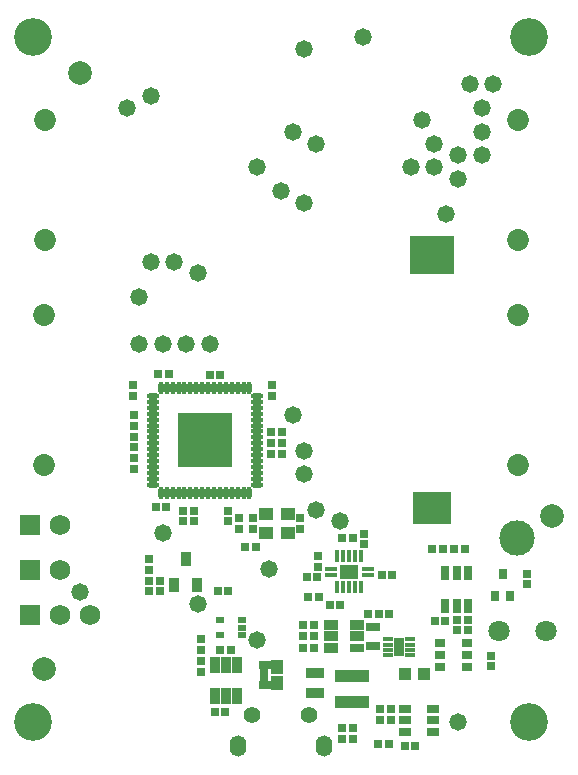
<source format=gbs>
G04*
G04 #@! TF.GenerationSoftware,Altium Limited,Altium Designer,19.1.5 (86)*
G04*
G04 Layer_Color=16711935*
%FSLAX44Y44*%
%MOMM*%
G71*
G01*
G75*
%ADD67R,0.7532X0.7532*%
%ADD69R,0.7532X0.7532*%
%ADD77C,2.0000*%
%ADD83R,1.0032X1.0032*%
%ADD95R,1.1532X0.7532*%
%ADD104C,1.7272*%
%ADD105R,1.7272X1.7272*%
%ADD106C,1.8532*%
%ADD107C,1.4032*%
G04:AMPARAMS|DCode=108|XSize=1.4032mm|YSize=1.8032mm|CornerRadius=0.7016mm|HoleSize=0mm|Usage=FLASHONLY|Rotation=180.000|XOffset=0mm|YOffset=0mm|HoleType=Round|Shape=RoundedRectangle|*
%AMROUNDEDRECTD108*
21,1,1.4032,0.4000,0,0,180.0*
21,1,0.0000,1.8032,0,0,180.0*
1,1,1.4032,0.0000,0.2000*
1,1,1.4032,0.0000,0.2000*
1,1,1.4032,0.0000,-0.2000*
1,1,1.4032,0.0000,-0.2000*
%
%ADD108ROUNDEDRECTD108*%
%ADD109C,3.2032*%
%ADD110C,3.0032*%
%ADD111C,1.8032*%
%ADD172R,0.7632X0.8532*%
%ADD173R,0.9032X0.4532*%
%ADD174R,0.8432X1.5732*%
%ADD175R,3.8032X3.2032*%
%ADD176R,3.2032X2.8032*%
%ADD177R,0.8532X1.2632*%
%ADD178R,1.2632X0.8532*%
%ADD179R,1.2632X0.8032*%
%ADD180C,1.4732*%
%ADD181R,0.8232X1.4232*%
%ADD182R,0.7432X1.0032*%
%ADD183R,0.5032X0.8032*%
%ADD184R,0.5032X1.2032*%
%ADD185R,0.6032X1.2032*%
%ADD186R,2.9032X1.0032*%
%ADD187R,0.8032X1.2532*%
%ADD188R,0.7032X0.6032*%
%ADD189O,0.4532X1.0532*%
%ADD190O,1.0532X0.4532*%
%ADD191R,4.5532X4.5532*%
%ADD192R,1.2032X1.1032*%
%ADD193R,1.5032X0.9032*%
%ADD194R,0.9022X0.7112*%
%ADD195R,1.6032X1.2032*%
%ADD196R,0.4432X1.1032*%
%ADD197R,1.1032X0.4432*%
%ADD198R,1.0032X0.7532*%
D67*
X148000Y150750D02*
D03*
Y159750D02*
D03*
X126000Y263750D02*
D03*
Y254750D02*
D03*
X138250Y150750D02*
D03*
Y159750D02*
D03*
X214750Y203750D02*
D03*
Y212750D02*
D03*
X167250Y210250D02*
D03*
Y219250D02*
D03*
X281500Y171500D02*
D03*
Y180500D02*
D03*
X205500Y219000D02*
D03*
Y210000D02*
D03*
X226500Y212750D02*
D03*
Y203750D02*
D03*
X266500Y203750D02*
D03*
Y212750D02*
D03*
X427750Y96250D02*
D03*
Y87250D02*
D03*
X182250Y101250D02*
D03*
Y110250D02*
D03*
X182250Y82750D02*
D03*
Y91750D02*
D03*
X399000Y118000D02*
D03*
Y127000D02*
D03*
X408500Y118000D02*
D03*
Y127000D02*
D03*
X242250Y316250D02*
D03*
Y325250D02*
D03*
X177000Y210250D02*
D03*
Y219250D02*
D03*
X138250Y178250D02*
D03*
Y169250D02*
D03*
X126000Y272750D02*
D03*
Y281750D02*
D03*
X126000Y290750D02*
D03*
Y299750D02*
D03*
X125250Y325250D02*
D03*
Y316250D02*
D03*
X320750Y199750D02*
D03*
Y190750D02*
D03*
X458250Y156750D02*
D03*
Y165750D02*
D03*
D69*
X205750Y151000D02*
D03*
X196750D02*
D03*
X272000Y162750D02*
D03*
X281000D02*
D03*
X198750Y101500D02*
D03*
X207750D02*
D03*
X199000Y333750D02*
D03*
X190000D02*
D03*
X380250Y125750D02*
D03*
X389250D02*
D03*
X273000Y146250D02*
D03*
X282000D02*
D03*
X242000Y267500D02*
D03*
X251000D02*
D03*
X242000Y285750D02*
D03*
X251000D02*
D03*
X251000Y276500D02*
D03*
X242000D02*
D03*
X146500Y335000D02*
D03*
X155500D02*
D03*
X144000Y222500D02*
D03*
X153000D02*
D03*
X269000Y103250D02*
D03*
X278000D02*
D03*
X269000Y112750D02*
D03*
X278000D02*
D03*
Y122250D02*
D03*
X269000D02*
D03*
X194250Y48750D02*
D03*
X203250D02*
D03*
X396750Y187000D02*
D03*
X405750D02*
D03*
X378500Y187000D02*
D03*
X387500D02*
D03*
X228750Y188500D02*
D03*
X219750D02*
D03*
X342000Y131500D02*
D03*
X333000Y131500D02*
D03*
X324000D02*
D03*
X344500Y165000D02*
D03*
X335500D02*
D03*
X291500Y139250D02*
D03*
X300500D02*
D03*
X311250Y196000D02*
D03*
X302250D02*
D03*
X334000Y41500D02*
D03*
X343000D02*
D03*
X334000Y51000D02*
D03*
X343000D02*
D03*
X311000Y35250D02*
D03*
X302000D02*
D03*
Y26250D02*
D03*
X311000D02*
D03*
X364000Y20250D02*
D03*
X355000D02*
D03*
X341750Y21250D02*
D03*
X332750D02*
D03*
D77*
X480000Y215000D02*
D03*
X50000Y85000D02*
D03*
X80000Y590000D02*
D03*
D83*
X371000Y80500D02*
D03*
X355000D02*
D03*
D95*
X328250Y120750D02*
D03*
Y104750D02*
D03*
D104*
X63208Y168944D02*
D03*
X88608Y130844D02*
D03*
X63208D02*
D03*
Y207044D02*
D03*
D105*
X37808Y168944D02*
D03*
X37808Y130844D02*
D03*
Y207044D02*
D03*
D106*
X50570Y448090D02*
D03*
Y549690D02*
D03*
X50000Y257590D02*
D03*
Y384590D02*
D03*
X450570Y448090D02*
D03*
Y549690D02*
D03*
X450500Y257590D02*
D03*
Y384590D02*
D03*
D107*
X274250Y46500D02*
D03*
X225750D02*
D03*
D108*
X213750Y20000D02*
D03*
X286250D02*
D03*
D109*
X40000Y40000D02*
D03*
X460000D02*
D03*
X40000Y620000D02*
D03*
X460000D02*
D03*
D110*
X450000Y196250D02*
D03*
D111*
X435000Y117000D02*
D03*
X475000D02*
D03*
D172*
X431800Y146750D02*
D03*
X444200D02*
D03*
X438000Y165750D02*
D03*
D173*
X341250Y110250D02*
D03*
Y105750D02*
D03*
Y101250D02*
D03*
Y96750D02*
D03*
X359750D02*
D03*
Y101250D02*
D03*
Y110250D02*
D03*
Y105750D02*
D03*
D174*
X350500Y103500D02*
D03*
D175*
X378000Y435251D02*
D03*
D176*
Y221251D02*
D03*
D177*
X169500Y178500D02*
D03*
X160000Y156500D02*
D03*
X179000D02*
D03*
D178*
X292500Y112750D02*
D03*
X314500D02*
D03*
Y122250D02*
D03*
X292500D02*
D03*
Y103250D02*
D03*
D179*
X314500D02*
D03*
D180*
X320000Y620000D02*
D03*
X430000Y580000D02*
D03*
X130000Y360000D02*
D03*
X150000D02*
D03*
X170000D02*
D03*
X190000D02*
D03*
X410000Y580000D02*
D03*
X420000Y560000D02*
D03*
Y540000D02*
D03*
Y520000D02*
D03*
X380000Y530000D02*
D03*
Y510000D02*
D03*
X400000Y520000D02*
D03*
Y500000D02*
D03*
X180000Y140000D02*
D03*
X140000Y570000D02*
D03*
X120000Y560000D02*
D03*
X300000Y210000D02*
D03*
X270000Y250000D02*
D03*
X260000Y300000D02*
D03*
X240000Y170000D02*
D03*
X80000Y150000D02*
D03*
X150000Y200000D02*
D03*
X230000Y110000D02*
D03*
X260000Y540000D02*
D03*
X250000Y490000D02*
D03*
X270000Y610000D02*
D03*
X270000Y270000D02*
D03*
X270000Y480000D02*
D03*
X370000Y550000D02*
D03*
X390000Y470000D02*
D03*
X360000Y510000D02*
D03*
X280000Y530000D02*
D03*
X130000Y400000D02*
D03*
X140000Y430000D02*
D03*
X160000Y430000D02*
D03*
X180000Y420000D02*
D03*
X230000Y510000D02*
D03*
X400000Y40000D02*
D03*
X280000Y220000D02*
D03*
D181*
X213250Y62150D02*
D03*
Y88350D02*
D03*
X194250D02*
D03*
Y62150D02*
D03*
X203750Y88350D02*
D03*
Y62150D02*
D03*
D182*
X235450Y80000D02*
D03*
D183*
X234250Y71500D02*
D03*
X239250D02*
D03*
X234250Y88500D02*
D03*
X239250D02*
D03*
D184*
X244250Y73500D02*
D03*
X249250Y86500D02*
D03*
X244250D02*
D03*
D185*
X249750Y73500D02*
D03*
D186*
X310750Y79500D02*
D03*
Y57500D02*
D03*
D187*
X389500Y138250D02*
D03*
X399000D02*
D03*
X408500D02*
D03*
Y166750D02*
D03*
X399000D02*
D03*
X389500D02*
D03*
D188*
X217500Y120000D02*
D03*
Y113500D02*
D03*
Y126500D02*
D03*
X198500D02*
D03*
Y113500D02*
D03*
D189*
X223500Y234500D02*
D03*
X218500D02*
D03*
X213500D02*
D03*
X208500D02*
D03*
X203500D02*
D03*
X198500D02*
D03*
X193500D02*
D03*
X188500D02*
D03*
X183500D02*
D03*
X178500D02*
D03*
X173500D02*
D03*
X168500D02*
D03*
X163500D02*
D03*
X158500D02*
D03*
X153500D02*
D03*
X148500D02*
D03*
Y323000D02*
D03*
X153500D02*
D03*
X158500D02*
D03*
X163500D02*
D03*
X168500D02*
D03*
X173500D02*
D03*
X178500D02*
D03*
X183500D02*
D03*
X188500D02*
D03*
X193500D02*
D03*
X198500D02*
D03*
X203500D02*
D03*
X208500D02*
D03*
X213500D02*
D03*
X218500D02*
D03*
X223500D02*
D03*
D190*
X141750Y241250D02*
D03*
Y246250D02*
D03*
Y251250D02*
D03*
Y256250D02*
D03*
Y261250D02*
D03*
Y266250D02*
D03*
Y271250D02*
D03*
Y276250D02*
D03*
Y281250D02*
D03*
Y286250D02*
D03*
Y291250D02*
D03*
Y296250D02*
D03*
Y301250D02*
D03*
Y306250D02*
D03*
Y311250D02*
D03*
Y316250D02*
D03*
X230250D02*
D03*
Y311250D02*
D03*
Y306250D02*
D03*
Y301250D02*
D03*
Y296250D02*
D03*
Y291250D02*
D03*
Y286250D02*
D03*
Y281250D02*
D03*
Y276250D02*
D03*
Y271250D02*
D03*
Y266250D02*
D03*
Y261250D02*
D03*
Y256250D02*
D03*
Y251250D02*
D03*
Y246250D02*
D03*
Y241250D02*
D03*
D191*
X186000Y278750D02*
D03*
D192*
X255750Y216000D02*
D03*
X237250D02*
D03*
X255750Y200500D02*
D03*
X237250D02*
D03*
D193*
X278750Y64750D02*
D03*
Y81750D02*
D03*
D194*
X384870Y86650D02*
D03*
X408130D02*
D03*
Y106850D02*
D03*
X384870D02*
D03*
Y96750D02*
D03*
X408130D02*
D03*
D195*
X308000Y167500D02*
D03*
D196*
Y154500D02*
D03*
Y180500D02*
D03*
X303000D02*
D03*
X298000D02*
D03*
X313000D02*
D03*
X318000D02*
D03*
Y154500D02*
D03*
X313000D02*
D03*
X303000D02*
D03*
X298000D02*
D03*
D197*
X292500Y165000D02*
D03*
Y170000D02*
D03*
X323500Y165000D02*
D03*
Y170000D02*
D03*
D198*
X379000Y41500D02*
D03*
Y51000D02*
D03*
Y32000D02*
D03*
X355000D02*
D03*
Y41500D02*
D03*
Y51000D02*
D03*
M02*

</source>
